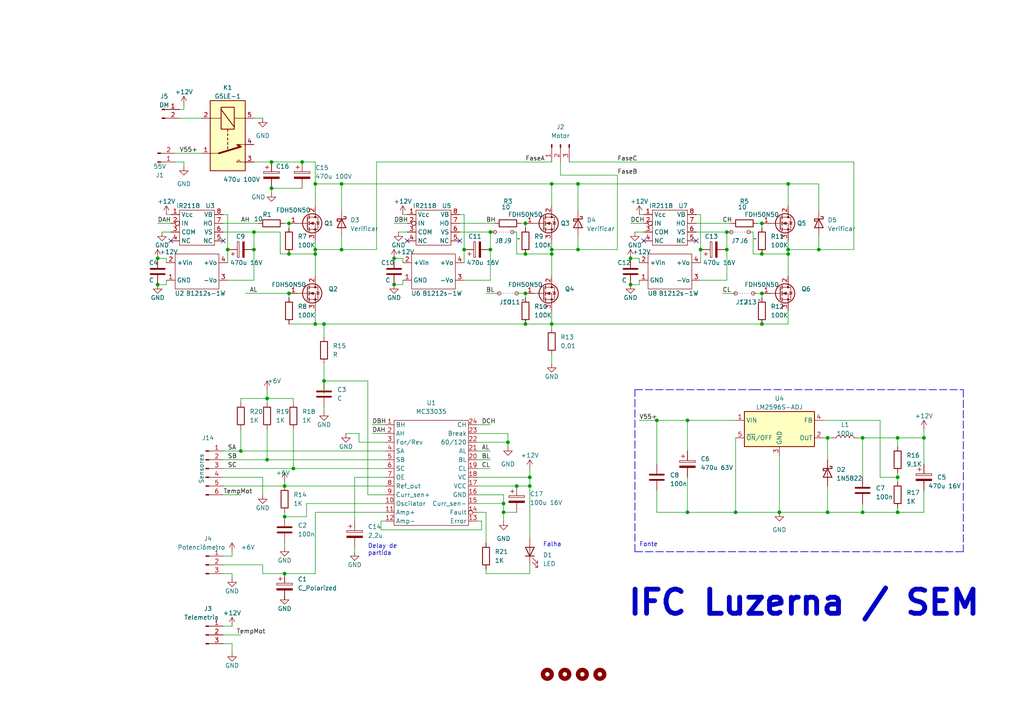
<source format=kicad_sch>
(kicad_sch (version 20230121) (generator eeschema)
  (paper "A4")
  (title_block (title "Acionamento BLDC Símples") (rev "2023/1"))
  (lib_symbols
    (symbol "Connector:Conn_01x02_Male" (pin_names (offset 1.016) hide)
      (property "Reference" "J" (at 0 2.54 0))
      (property "Value" "Conn_01x02_Male" (at 0 -5.08 0))
      (symbol "Conn_01x02_Male_1_1"
        (pin passive line (at 5.08 0 180) (length 3.81) (name "Pin_1") (number "1"))
        (pin passive line (at 5.08 -2.54 180) (length 3.81) (name "Pin_2") (number "2"))
      )
    )
    (symbol "Connector:Conn_01x03_Male" (pin_names (offset 1.016) hide)
      (property "Reference" "J" (at 0 5.08 0))
      (property "Value" "Conn_01x03_Male" (at 0 -5.08 0))
      (symbol "Conn_01x03_Male_1_1"
        (pin passive line (at 5.08 2.54 180) (length 3.81) (name "Pin_1") (number "1"))
        (pin passive line (at 5.08 0 180) (length 3.81) (name "Pin_2") (number "2"))
        (pin passive line (at 5.08 -2.54 180) (length 3.81) (name "Pin_3") (number "3"))
      )
    )
    (symbol "Connector:Conn_01x06_Pin" (pin_names (offset 1.016) hide)
      (property "Reference" "J" (at 0 7.62 0))
      (property "Value" "Conn_01x06_Pin" (at 0 -10.16 0))
      (symbol "Conn_01x06_Pin_1_1"
        (pin passive line (at 5.08 5.08 180) (length 3.81) (name "Pin_1") (number "1"))
        (pin passive line (at 5.08 2.54 180) (length 3.81) (name "Pin_2") (number "2"))
        (pin passive line (at 5.08 0 180) (length 3.81) (name "Pin_3") (number "3"))
        (pin passive line (at 5.08 -2.54 180) (length 3.81) (name "Pin_4") (number "4"))
        (pin passive line (at 5.08 -5.08 180) (length 3.81) (name "Pin_5") (number "5"))
        (pin passive line (at 5.08 -7.62 180) (length 3.81) (name "Pin_6") (number "6"))
      )
    )
    (symbol "Connector:TestPoint_Small" (pin_numbers hide) (pin_names (offset 0.762) hide)
      (property "Reference" "TP" (at 0 3.81 0))
      (property "Value" "TestPoint_Small" (at 0 2.032 0))
      (symbol "TestPoint_Small_1_1"
        (pin passive line (at 0 0 90) (length 0) (name "1") (number "1"))
      )
    )
    (symbol "Device:C" (pin_numbers hide) (pin_names (offset 0.254))
      (property "Reference" "C" (at 0.635 2.54 0))
      (property "Value" "C" (at 0.635 -2.54 0))
      (symbol "C_1_1"
        (pin passive line (at 0 3.81 270) (length 2.794) (name "~") (number "1"))
        (pin passive line (at 0 -3.81 90) (length 2.794) (name "~") (number "2"))
      )
    )
    (symbol "Device:C_Polarized" (pin_numbers hide) (pin_names (offset 0.254))
      (property "Reference" "C" (at 0.635 2.54 0))
      (property "Value" "C_Polarized" (at 0.635 -2.54 0))
      (symbol "C_Polarized_1_1"
        (pin passive line (at 0 3.81 270) (length 2.794) (name "~") (number "1"))
        (pin passive line (at 0 -3.81 90) (length 2.794) (name "~") (number "2"))
      )
    )
    (symbol "Device:L" (pin_numbers hide) (pin_names (offset 1.016) hide)
      (property "Reference" "L" (at -1.27 0 90))
      (property "Value" "L" (at 1.905 0 90))
      (symbol "L_1_1"
        (pin passive line (at 0 3.81 270) (length 1.27) (name "1") (number "1"))
        (pin passive line (at 0 -3.81 90) (length 1.27) (name "2") (number "2"))
      )
    )
    (symbol "Device:LED" (pin_numbers hide) (pin_names (offset 1.016) hide)
      (property "Reference" "D" (at 0 2.54 0))
      (property "Value" "LED" (at 0 -2.54 0))
      (symbol "LED_1_1"
        (pin passive line (at -3.81 0 0) (length 2.54) (name "K") (number "1"))
        (pin passive line (at 3.81 0 180) (length 2.54) (name "A") (number "2"))
      )
    )
    (symbol "Device:R" (pin_numbers hide) (pin_names (offset 0))
      (property "Reference" "R" (at 2.032 0 90))
      (property "Value" "R" (at 0 0 90))
      (symbol "R_1_1"
        (pin passive line (at 0 3.81 270) (length 1.27) (name "~") (number "1"))
        (pin passive line (at 0 -3.81 90) (length 1.27) (name "~") (number "2"))
      )
    )
    (symbol "Diode:1N5822" (pin_numbers hide) (pin_names (offset 1.016) hide)
      (property "Reference" "D" (at 0 2.54 0))
      (property "Value" "1N5822" (at 0 -2.54 0))
      (symbol "1N5822_1_1"
        (pin passive line (at -3.81 0 0) (length 2.54) (name "K") (number "1"))
        (pin passive line (at 3.81 0 180) (length 2.54) (name "A") (number "2"))
      )
    )
    (symbol "MC33035:B1212s-1W"
      (property "Reference" "U" (at 0 6.35 0))
      (symbol "B1212s-1W_1_1"
        (pin input line (at -8.89 -2.54 0) (length 2.54) (name "GND") (number "1"))
        (pin input line (at -8.89 2.54 0) (length 2.54) (name "+Vin") (number "2"))
        (pin output line (at 8.89 -2.54 180) (length 2.54) (name "-Vo") (number "3"))
        (pin output line (at 8.89 2.54 180) (length 2.54) (name "+Vo") (number "4"))
      )
    )
    (symbol "MC33035:IR2118"
      (property "Reference" "U" (at 0 1.27 0))
      (property "Value" "IR2118" (at 0 0 0))
      (symbol "IR2118_1_1"
        (pin input line (at -7.62 -2.54 0) (length 2.54) (name "Vcc") (number "1"))
        (pin input inverted (at -7.62 -5.08 0) (length 2.54) (name "IN") (number "2"))
        (pin input line (at -7.62 -7.62 0) (length 2.54) (name "COM") (number "3"))
        (pin input line (at -7.62 -10.16 0) (length 2.54) (name "NC") (number "4"))
        (pin input line (at 7.62 -10.16 180) (length 2.54) (name "NC") (number "5"))
        (pin input line (at 7.62 -7.62 180) (length 2.54) (name "VS") (number "6"))
        (pin output line (at 7.62 -5.08 180) (length 2.54) (name "HO") (number "7"))
        (pin input line (at 7.62 -2.54 180) (length 2.54) (name "VB") (number "8"))
      )
    )
    (symbol "MC33035:MC33035"
      (property "Reference" "U" (at -0.0339 -0.4514 0))
      (property "Value" "MC33035" (at 0 1.27 0))
      (symbol "MC33035_1_1"
        (pin output line (at -13.97 13.97 0) (length 2.54) (name "BH") (number "1"))
        (pin input line (at -13.97 -8.89 0) (length 2.54) (name "Oscilator") (number "10"))
        (pin input line (at -13.97 -11.43 0) (length 2.54) (name "Amp+") (number "11"))
        (pin input line (at -13.97 -13.97 0) (length 2.54) (name "Amp-") (number "12"))
        (pin output line (at 12.7 -13.97 180) (length 2.54) (name "Error") (number "13"))
        (pin output inverted (at 12.7 -11.43 180) (length 2.54) (name "Fault") (number "14"))
        (pin input line (at 12.7 -8.89 180) (length 2.54) (name "Curr_sen-") (number "15"))
        (pin passive line (at 12.7 -6.35 180) (length 2.54) (name "GND") (number "16"))
        (pin passive line (at 12.7 -3.81 180) (length 2.54) (name "VCC") (number "17"))
        (pin passive line (at 12.7 -1.27 180) (length 2.54) (name "VC") (number "18"))
        (pin output line (at 12.7 1.27 180) (length 2.54) (name "CL") (number "19"))
        (pin output line (at -13.97 11.43 0) (length 2.54) (name "AH") (number "2"))
        (pin output line (at 12.7 3.81 180) (length 2.54) (name "BL") (number "20"))
        (pin output line (at 12.7 6.35 180) (length 2.54) (name "AL") (number "21"))
        (pin output line (at 12.7 8.89 180) (length 2.54) (name "60/120") (number "22"))
        (pin input line (at 12.7 11.43 180) (length 2.54) (name "Break") (number "23"))
        (pin output line (at 12.7 13.97 180) (length 2.54) (name "CH") (number "24"))
        (pin input line (at -13.97 8.89 0) (length 2.54) (name "For/Rev") (number "3"))
        (pin input line (at -13.97 6.35 0) (length 2.54) (name "SA") (number "4"))
        (pin input line (at -13.97 3.81 0) (length 2.54) (name "SB") (number "5"))
        (pin input line (at -13.97 1.27 0) (length 2.54) (name "SC") (number "6"))
        (pin input line (at -13.97 -1.27 0) (length 2.54) (name "OE") (number "7"))
        (pin output line (at -13.97 -3.81 0) (length 2.54) (name "Ref_out") (number "8"))
        (pin input line (at -13.97 -6.35 0) (length 2.54) (name "Curr_sen+") (number "9"))
      )
    )
    (symbol "Mechanical:MountingHole" (pin_names (offset 1.016))
      (property "Reference" "H" (at 0 5.08 0))
      (property "Value" "MountingHole" (at 0 3.175 0))
    )
    (symbol "Regulator_Switching:LM2596S-ADJ"
      (property "Reference" "U" (at -10.16 6.35 0))
      (property "Value" "LM2596S-ADJ" (at 0 6.35 0))
      (symbol "LM2596S-ADJ_1_1"
        (pin power_in line (at -12.7 2.54 0) (length 2.54) (name "VIN") (number "1"))
        (pin output line (at 12.7 -2.54 180) (length 2.54) (name "OUT") (number "2"))
        (pin power_in line (at 0 -7.62 90) (length 2.54) (name "GND") (number "3"))
        (pin input line (at 12.7 2.54 180) (length 2.54) (name "FB") (number "4"))
        (pin input line (at -12.7 -2.54 0) (length 2.54) (name "~{ON}/OFF") (number "5"))
      )
    )
    (symbol "Relay:G5LE-1"
      (property "Reference" "K" (at 11.43 3.81 0))
      (property "Value" "G5LE-1" (at 11.43 1.27 0))
      (symbol "G5LE-1_1_1"
        (pin passive line (at 5.08 -7.62 90) (length 2.54) (name "~") (number "1"))
        (pin passive line (at -5.08 -7.62 90) (length 2.54) (name "~") (number "2"))
        (pin passive line (at 7.62 7.62 270) (length 2.54) (name "~") (number "3"))
        (pin passive line (at 2.54 7.62 270) (length 2.54) (name "~") (number "4"))
        (pin passive line (at -5.08 7.62 270) (length 2.54) (name "~") (number "5"))
      )
    )
    (symbol "Transistor_FET:IRF540N" (pin_names hide)
      (property "Reference" "Q" (at 6.35 1.905 0))
      (property "Value" "IRF540N" (at 6.35 0 0))
      (symbol "IRF540N_1_1"
        (pin input line (at -5.08 0 0) (length 2.54) (name "G") (number "1"))
        (pin passive line (at 2.54 5.08 270) (length 2.54) (name "D") (number "2"))
        (pin passive line (at 2.54 -5.08 90) (length 2.54) (name "S") (number "3"))
      )
    )
    (symbol "power:+12V" (power) (pin_names (offset 0))
      (property "Value" "+12V" (at 0 3.556 0))
      (symbol "+12V_1_1"
        (pin power_in line (at 0 0 90) (length 0) hide (name "+12V") (number "1"))
      )
    )
    (symbol "power:+6V" (power) (pin_names (offset 0))
      (property "Value" "+6V" (at 0 3.556 0))
      (symbol "+6V_1_1"
        (pin power_in line (at 0 0 90) (length 0) hide (name "+6V") (number "1"))
      )
    )
    (symbol "power:GND" (power) (pin_names (offset 0))
      (property "Value" "GND" (at 0 -3.81 0))
      (symbol "GND_1_1"
        (pin power_in line (at 0 0 270) (length 0) hide (name "GND") (number "1"))
      )
    )
  )
  (junction (at 152.4 73.66))
  (junction (at 99.06 72.39))
  (junction (at 91.44 73.66))
  (junction (at 167.64 72.39))
  (junction (at 66.04 72.39))
  (junction (at 83.82 73.66))
  (junction (at 182.88 74.93))
  (junction (at 146.05 146.05))
  (junction (at 160.02 53.34))
  (junction (at 69.85 130.81))
  (junction (at 73.66 72.39))
  (junction (at 220.98 85.09))
  (junction (at 142.24 72.39))
  (junction (at 77.47 133.35))
  (junction (at 220.98 64.77))
  (junction (at 220.98 93.98))
  (junction (at 78.74 54.61))
  (junction (at 199.39 148.59))
  (junction (at 153.67 138.43))
  (junction (at 85.09 135.89))
  (junction (at 167.64 53.34))
  (junction (at 260.35 127))
  (junction (at 153.67 140.97))
  (junction (at 152.4 64.77))
  (junction (at 114.3 74.93))
  (junction (at 267.97 127))
  (junction (at 182.88 82.55))
  (junction (at 210.82 67.31))
  (junction (at 83.82 85.09))
  (junction (at 147.32 128.27))
  (junction (at 83.82 64.77))
  (junction (at 99.06 53.34))
  (junction (at 45.72 74.93))
  (junction (at 203.2 72.39))
  (junction (at 160.02 93.98))
  (junction (at 250.19 127))
  (junction (at 82.55 166.37))
  (junction (at 114.3 82.55))
  (junction (at 152.4 93.98))
  (junction (at 190.5 121.92))
  (junction (at 78.74 46.99))
  (junction (at 77.47 115.57))
  (junction (at 260.35 138.43))
  (junction (at 82.55 140.97))
  (junction (at 250.19 148.59))
  (junction (at 240.03 148.59))
  (junction (at 73.66 67.31))
  (junction (at 210.82 72.39))
  (junction (at 91.44 53.34))
  (junction (at 228.6 72.39))
  (junction (at 149.86 140.97))
  (junction (at 228.6 73.66))
  (junction (at 226.06 148.59))
  (junction (at 134.62 72.39))
  (junction (at 91.44 93.98))
  (junction (at 87.63 46.99))
  (junction (at 152.4 85.09))
  (junction (at 213.36 148.59))
  (junction (at 93.98 110.49))
  (junction (at 199.39 121.92))
  (junction (at 220.98 73.66))
  (junction (at 93.98 93.98))
  (junction (at 146.05 148.59))
  (junction (at 237.49 72.39))
  (junction (at 160.02 72.39))
  (junction (at 142.24 67.31))
  (junction (at 160.02 73.66))
  (junction (at 260.35 148.59))
  (junction (at 45.72 82.55))
  (junction (at 91.44 72.39))
  (junction (at 82.55 149.86))
  (junction (at 228.6 53.34))
  (junction (at 240.03 127))
  (no_connect (at 201.93 69.85))
  (no_connect (at 64.77 69.85))
  (no_connect (at 118.11 69.85))
  (no_connect (at 49.53 69.85))
  (no_connect (at 133.35 69.85))
  (no_connect (at 186.69 69.85))
  (wire (pts (xy 260.35 147.32) (xy 260.35 148.59)))
  (wire (pts (xy 240.03 127) (xy 240.03 133.35)))
  (wire (pts (xy 210.82 67.31) (xy 212.09 67.31)))
  (wire (pts (xy 88.9 146.05) (xy 88.9 149.86)))
  (wire (pts (xy 77.47 115.57) (xy 77.47 116.84)))
  (wire (pts (xy 77.47 133.35) (xy 111.76 133.35)))
  (wire (pts (xy 267.97 142.24) (xy 267.97 148.59)))
  (wire (pts (xy 69.85 124.46) (xy 69.85 130.81)))
  (wire (pts (xy 160.02 90.17) (xy 160.02 93.98)))
  (wire (pts (xy 66.04 72.39) (xy 66.04 76.2)))
  (wire (pts (xy 99.06 53.34) (xy 99.06 60.96)))
  (wire (pts (xy 66.04 72.39) (xy 66.04 62.23)))
  (wire (pts (xy 185.42 62.23) (xy 186.69 62.23)))
  (polyline (pts (xy 279.4 160.02) (xy 184.15 160.02)) (stroke (width 0.2) (type dash)))
  (wire (pts (xy 64.77 133.35) (xy 77.47 133.35)))
  (wire (pts (xy 149.86 67.31) (xy 149.86 73.66)))
  (wire (pts (xy 91.44 148.59) (xy 111.76 148.59)))
  (wire (pts (xy 153.67 140.97) (xy 153.67 156.21)))
  (wire (pts (xy 255.27 138.43) (xy 260.35 138.43)))
  (wire (pts (xy 104.14 128.27) (xy 111.76 128.27)))
  (wire (pts (xy 69.85 115.57) (xy 77.47 115.57)))
  (wire (pts (xy 167.64 53.34) (xy 228.6 53.34)))
  (wire (pts (xy 146.05 148.59) (xy 146.05 151.13)))
  (wire (pts (xy 102.87 138.43) (xy 102.87 151.13)))
  (wire (pts (xy 240.03 127) (xy 241.3 127)))
  (wire (pts (xy 77.47 115.57) (xy 85.09 115.57)))
  (wire (pts (xy 162.56 50.8) (xy 162.56 46.99)))
  (wire (pts (xy 133.35 67.31) (xy 142.24 67.31)))
  (wire (pts (xy 82.55 139.7) (xy 82.55 140.97)))
  (wire (pts (xy 73.66 72.39) (xy 73.66 81.28)))
  (wire (pts (xy 71.12 85.09) (xy 83.82 85.09)))
  (wire (pts (xy 218.44 67.31) (xy 218.44 73.66)))
  (wire (pts (xy 228.6 73.66) (xy 228.6 80.01)))
  (wire (pts (xy 201.93 67.31) (xy 210.82 67.31)))
  (wire (pts (xy 138.43 123.19) (xy 142.24 123.19)))
  (wire (pts (xy 267.97 124.46) (xy 267.97 127)))
  (wire (pts (xy 185.42 82.55) (xy 185.42 81.28)))
  (wire (pts (xy 140.97 166.37) (xy 153.67 166.37)))
  (wire (pts (xy 106.68 110.49) (xy 93.98 110.49)))
  (wire (pts (xy 64.77 62.23) (xy 66.04 62.23)))
  (wire (pts (xy 138.43 133.35) (xy 142.24 133.35)))
  (wire (pts (xy 140.97 148.59) (xy 140.97 157.48)))
  (wire (pts (xy 146.05 146.05) (xy 146.05 148.59)))
  (wire (pts (xy 167.64 53.34) (xy 167.64 60.96)))
  (wire (pts (xy 83.82 93.98) (xy 91.44 93.98)))
  (wire (pts (xy 240.03 148.59) (xy 250.19 148.59)))
  (wire (pts (xy 240.03 140.97) (xy 240.03 148.59)))
  (wire (pts (xy 226.06 148.59) (xy 240.03 148.59)))
  (wire (pts (xy 213.36 121.92) (xy 199.39 121.92)))
  (wire (pts (xy 53.34 31.75) (xy 53.34 30.48)))
  (wire (pts (xy 167.64 68.58) (xy 167.64 72.39)))
  (wire (pts (xy 48.26 62.23) (xy 49.53 62.23)))
  (wire (pts (xy 76.2 143.51) (xy 76.2 138.43)))
  (polyline (pts (xy 279.4 113.03) (xy 279.4 160.02)) (stroke (width 0.2) (type dash)))
  (wire (pts (xy 102.87 158.75) (xy 102.87 160.02)))
  (wire (pts (xy 160.02 93.98) (xy 220.98 93.98)))
  (wire (pts (xy 147.32 128.27) (xy 147.32 129.54)))
  (wire (pts (xy 190.5 121.92) (xy 199.39 121.92)))
  (wire (pts (xy 220.98 85.09) (xy 220.98 86.36)))
  (wire (pts (xy 140.97 85.09) (xy 144.78 85.09)))
  (wire (pts (xy 83.82 64.77) (xy 83.82 66.04)))
  (wire (pts (xy 201.93 64.77) (xy 212.09 64.77)))
  (wire (pts (xy 78.74 54.61) (xy 87.63 54.61)))
  (wire (pts (xy 69.85 116.84) (xy 69.85 115.57)))
  (wire (pts (xy 64.77 184.15) (xy 69.85 184.15)))
  (wire (pts (xy 67.31 161.29) (xy 67.31 160.02)))
  (wire (pts (xy 199.39 148.59) (xy 213.36 148.59)))
  (wire (pts (xy 138.43 140.97) (xy 149.86 140.97)))
  (wire (pts (xy 138.43 135.89) (xy 142.24 135.89)))
  (wire (pts (xy 91.44 53.34) (xy 91.44 59.69)))
  (wire (pts (xy 160.02 72.39) (xy 167.64 72.39)))
  (wire (pts (xy 110.49 151.13) (xy 110.49 153.67)))
  (wire (pts (xy 82.55 173.99) (xy 82.55 172.72)))
  (wire (pts (xy 73.66 34.29) (xy 76.2 34.29)))
  (wire (pts (xy 217.17 67.31) (xy 218.44 67.31)))
  (wire (pts (xy 142.24 67.31) (xy 143.51 67.31)))
  (wire (pts (xy 111.76 151.13) (xy 110.49 151.13)))
  (wire (pts (xy 219.71 64.77) (xy 220.98 64.77)))
  (wire (pts (xy 267.97 127) (xy 267.97 134.62)))
  (wire (pts (xy 48.26 82.55) (xy 48.26 81.28)))
  (wire (pts (xy 260.35 127) (xy 260.35 129.54)))
  (wire (pts (xy 73.66 46.99) (xy 78.74 46.99)))
  (wire (pts (xy 64.77 186.69) (xy 67.31 186.69)))
  (wire (pts (xy 83.82 73.66) (xy 91.44 73.66)))
  (wire (pts (xy 167.64 72.39) (xy 179.07 72.39)))
  (wire (pts (xy 91.44 72.39) (xy 91.44 73.66)))
  (wire (pts (xy 50.8 44.45) (xy 58.42 44.45)))
  (wire (pts (xy 100.33 125.73) (xy 104.14 125.73)))
  (wire (pts (xy 64.77 135.89) (xy 85.09 135.89)))
  (wire (pts (xy 91.44 73.66) (xy 91.44 80.01)))
  (wire (pts (xy 48.26 74.93) (xy 48.26 76.2)))
  (wire (pts (xy 93.98 105.41) (xy 93.98 110.49)))
  (wire (pts (xy 138.43 130.81) (xy 142.24 130.81)))
  (wire (pts (xy 153.67 138.43) (xy 153.67 135.89)))
  (wire (pts (xy 78.74 54.61) (xy 78.74 55.88)))
  (wire (pts (xy 190.5 121.92) (xy 190.5 134.62)))
  (wire (pts (xy 199.39 138.43) (xy 199.39 148.59)))
  (wire (pts (xy 66.04 81.28) (xy 73.66 81.28)))
  (wire (pts (xy 160.02 72.39) (xy 160.02 73.66)))
  (wire (pts (xy 64.77 161.29) (xy 67.31 161.29)))
  (wire (pts (xy 260.35 127) (xy 267.97 127)))
  (wire (pts (xy 134.62 81.28) (xy 142.24 81.28)))
  (wire (pts (xy 185.42 74.93) (xy 185.42 76.2)))
  (wire (pts (xy 190.5 148.59) (xy 199.39 148.59)))
  (wire (pts (xy 138.43 146.05) (xy 146.05 146.05)))
  (wire (pts (xy 81.28 73.66) (xy 83.82 73.66)))
  (wire (pts (xy 218.44 85.09) (xy 220.98 85.09)))
  (wire (pts (xy 160.02 93.98) (xy 160.02 95.25)))
  (wire (pts (xy 152.4 85.09) (xy 152.4 86.36)))
  (wire (pts (xy 78.74 46.99) (xy 87.63 46.99)))
  (wire (pts (xy 88.9 146.05) (xy 111.76 146.05)))
  (wire (pts (xy 149.86 73.66) (xy 152.4 73.66)))
  (wire (pts (xy 210.82 67.31) (xy 210.82 72.39)))
  (wire (pts (xy 146.05 148.59) (xy 149.86 148.59)))
  (wire (pts (xy 148.59 67.31) (xy 149.86 67.31)))
  (wire (pts (xy 82.55 157.48) (xy 82.55 158.75)))
  (wire (pts (xy 149.86 140.97) (xy 153.67 140.97)))
  (wire (pts (xy 91.44 69.85) (xy 91.44 72.39)))
  (wire (pts (xy 228.6 53.34) (xy 228.6 59.69)))
  (wire (pts (xy 91.44 46.99) (xy 91.44 53.34)))
  (wire (pts (xy 260.35 138.43) (xy 260.35 139.7)))
  (wire (pts (xy 149.86 85.09) (xy 152.4 85.09)))
  (wire (pts (xy 64.77 130.81) (xy 69.85 130.81)))
  (wire (pts (xy 226.06 132.08) (xy 226.06 148.59)))
  (wire (pts (xy 237.49 68.58) (xy 237.49 72.39)))
  (wire (pts (xy 91.44 90.17) (xy 91.44 93.98)))
  (wire (pts (xy 76.2 163.83) (xy 76.2 166.37)))
  (wire (pts (xy 82.55 166.37) (xy 91.44 166.37)))
  (wire (pts (xy 185.42 121.92) (xy 190.5 121.92)))
  (wire (pts (xy 201.93 62.23) (xy 203.2 62.23)))
  (wire (pts (xy 153.67 163.83) (xy 153.67 166.37)))
  (wire (pts (xy 138.43 128.27) (xy 147.32 128.27)))
  (wire (pts (xy 147.32 125.73) (xy 147.32 128.27)))
  (wire (pts (xy 250.19 127) (xy 260.35 127)))
  (wire (pts (xy 248.92 127) (xy 250.19 127)))
  (wire (pts (xy 182.88 74.93) (xy 185.42 74.93)))
  (wire (pts (xy 255.27 121.92) (xy 255.27 138.43)))
  (wire (pts (xy 85.09 116.84) (xy 85.09 115.57)))
  (wire (pts (xy 138.43 143.51) (xy 146.05 143.51)))
  (wire (pts (xy 67.31 166.37) (xy 67.31 167.64)))
  (wire (pts (xy 64.77 166.37) (xy 67.31 166.37)))
  (wire (pts (xy 64.77 143.51) (xy 69.85 143.51)))
  (wire (pts (xy 228.6 72.39) (xy 228.6 73.66)))
  (polyline (pts (xy 213.36 85.09) (xy 218.44 85.09)) (stroke (width 0) (type dot)))
  (wire (pts (xy 82.55 140.97) (xy 111.76 140.97)))
  (wire (pts (xy 53.34 46.99) (xy 53.34 48.26)))
  (polyline (pts (xy 218.44 113.03) (xy 279.4 113.03)) (stroke (width 0.2) (type dash)))
  (wire (pts (xy 85.09 135.89) (xy 111.76 135.89)))
  (wire (pts (xy 106.68 143.51) (xy 111.76 143.51)))
  (wire (pts (xy 213.36 148.59) (xy 226.06 148.59)))
  (wire (pts (xy 83.82 85.09) (xy 83.82 86.36)))
  (wire (pts (xy 203.2 72.39) (xy 203.2 62.23)))
  (wire (pts (xy 52.07 31.75) (xy 53.34 31.75)))
  (wire (pts (xy 260.35 137.16) (xy 260.35 138.43)))
  (wire (pts (xy 142.24 72.39) (xy 142.24 81.28)))
  (wire (pts (xy 46.99 67.31) (xy 49.53 67.31)))
  (wire (pts (xy 114.3 82.55) (xy 116.84 82.55)))
  (wire (pts (xy 138.43 138.43) (xy 153.67 138.43)))
  (wire (pts (xy 160.02 73.66) (xy 160.02 80.01)))
  (wire (pts (xy 116.84 62.23) (xy 118.11 62.23)))
  (wire (pts (xy 82.55 148.59) (xy 82.55 149.86)))
  (wire (pts (xy 52.07 34.29) (xy 58.42 34.29)))
  (wire (pts (xy 64.77 138.43) (xy 76.2 138.43)))
  (wire (pts (xy 140.97 165.1) (xy 140.97 166.37)))
  (wire (pts (xy 45.72 82.55) (xy 48.26 82.55)))
  (wire (pts (xy 160.02 53.34) (xy 167.64 53.34)))
  (wire (pts (xy 250.19 127) (xy 250.19 138.43)))
  (wire (pts (xy 238.76 127) (xy 240.03 127)))
  (wire (pts (xy 210.82 72.39) (xy 210.82 81.28)))
  (wire (pts (xy 64.77 181.61) (xy 67.31 181.61)))
  (wire (pts (xy 152.4 73.66) (xy 160.02 73.66)))
  (wire (pts (xy 250.19 146.05) (xy 250.19 148.59)))
  (polyline (pts (xy 143.51 67.31) (xy 148.59 67.31)) (stroke (width 0) (type dot)))
  (polyline (pts (xy 184.15 160.02) (xy 184.15 113.03)) (stroke (width 0.2) (type dash)))
  (wire (pts (xy 114.3 64.77) (xy 118.11 64.77)))
  (wire (pts (xy 237.49 72.39) (xy 228.6 72.39)))
  (wire (pts (xy 93.98 118.11) (xy 93.98 119.38)))
  (wire (pts (xy 88.9 149.86) (xy 82.55 149.86)))
  (wire (pts (xy 82.55 64.77) (xy 83.82 64.77)))
  (wire (pts (xy 115.57 67.31) (xy 118.11 67.31)))
  (wire (pts (xy 73.66 67.31) (xy 81.28 67.31)))
  (wire (pts (xy 250.19 148.59) (xy 260.35 148.59)))
  (wire (pts (xy 138.43 125.73) (xy 147.32 125.73)))
  (wire (pts (xy 138.43 151.13) (xy 139.7 151.13)))
  (wire (pts (xy 190.5 142.24) (xy 190.5 148.59)))
  (wire (pts (xy 247.65 46.99) (xy 247.65 72.39)))
  (wire (pts (xy 69.85 130.81) (xy 111.76 130.81)))
  (wire (pts (xy 67.31 186.69) (xy 67.31 189.23)))
  (wire (pts (xy 179.07 50.8) (xy 179.07 72.39)))
  (wire (pts (xy 114.3 74.93) (xy 116.84 74.93)))
  (wire (pts (xy 64.77 64.77) (xy 74.93 64.77)))
  (wire (pts (xy 134.62 72.39) (xy 134.62 62.23)))
  (wire (pts (xy 93.98 93.98) (xy 152.4 93.98)))
  (wire (pts (xy 203.2 72.39) (xy 203.2 76.2)))
  (wire (pts (xy 45.72 64.77) (xy 49.53 64.77)))
  (wire (pts (xy 133.35 64.77) (xy 143.51 64.77)))
  (wire (pts (xy 116.84 74.93) (xy 116.84 76.2)))
  (wire (pts (xy 134.62 72.39) (xy 134.62 76.2)))
  (wire (pts (xy 133.35 62.23) (xy 134.62 62.23)))
  (wire (pts (xy 77.47 124.46) (xy 77.47 133.35)))
  (wire (pts (xy 64.77 163.83) (xy 76.2 163.83)))
  (wire (pts (xy 102.87 138.43) (xy 111.76 138.43)))
  (wire (pts (xy 91.44 93.98) (xy 93.98 93.98)))
  (wire (pts (xy 107.95 123.19) (xy 111.76 123.19)))
  (wire (pts (xy 220.98 64.77) (xy 220.98 66.04)))
  (wire (pts (xy 238.76 121.92) (xy 255.27 121.92)))
  (wire (pts (xy 184.15 67.31) (xy 186.69 67.31)))
  (wire (pts (xy 99.06 53.34) (xy 160.02 53.34)))
  (wire (pts (xy 109.22 72.39) (xy 99.06 72.39)))
  (wire (pts (xy 160.02 102.87) (xy 160.02 105.41)))
  (wire (pts (xy 146.05 143.51) (xy 146.05 146.05)))
  (wire (pts (xy 139.7 153.67) (xy 139.7 151.13)))
  (wire (pts (xy 162.56 50.8) (xy 179.07 50.8)))
  (wire (pts (xy 91.44 166.37) (xy 91.44 148.59)))
  (wire (pts (xy 73.66 67.31) (xy 73.66 72.39)))
  (wire (pts (xy 182.88 82.55) (xy 185.42 82.55)))
  (wire (pts (xy 91.44 53.34) (xy 99.06 53.34)))
  (wire (pts (xy 81.28 67.31) (xy 81.28 73.66)))
  (wire (pts (xy 160.02 53.34) (xy 160.02 59.69)))
  (wire (pts (xy 151.13 64.77) (xy 152.4 64.77)))
  (polyline (pts (xy 144.78 85.09) (xy 149.86 85.09)) (stroke (width 0) (type dot)))
  (wire (pts (xy 237.49 53.34) (xy 237.49 60.96)))
  (wire (pts (xy 109.22 46.99) (xy 109.22 72.39)))
  (wire (pts (xy 220.98 73.66) (xy 228.6 73.66)))
  (wire (pts (xy 87.63 46.99) (xy 91.44 46.99)))
  (wire (pts (xy 220.98 93.98) (xy 228.6 93.98)))
  (wire (pts (xy 76.2 166.37) (xy 82.55 166.37)))
  (polyline (pts (xy 212.09 67.31) (xy 217.17 67.31)) (stroke (width 0) (type dot)))
  (wire (pts (xy 45.72 74.93) (xy 48.26 74.93)))
  (wire (pts (xy 64.77 67.31) (xy 73.66 67.31)))
  (wire (pts (xy 228.6 53.34) (xy 237.49 53.34)))
  (wire (pts (xy 203.2 81.28) (xy 210.82 81.28)))
  (wire (pts (xy 142.24 67.31) (xy 142.24 72.39)))
  (wire (pts (xy 160.02 69.85) (xy 160.02 72.39)))
  (wire (pts (xy 93.98 93.98) (xy 93.98 97.79)))
  (wire (pts (xy 228.6 93.98) (xy 228.6 90.17)))
  (wire (pts (xy 182.88 64.77) (xy 186.69 64.77)))
  (wire (pts (xy 199.39 121.92) (xy 199.39 130.81)))
  (wire (pts (xy 85.09 124.46) (xy 85.09 135.89)))
  (wire (pts (xy 50.8 46.99) (xy 53.34 46.99)))
  (wire (pts (xy 93.98 114.3) (xy 93.98 110.49)))
  (wire (pts (xy 228.6 69.85) (xy 228.6 72.39)))
  (wire (pts (xy 209.55 85.09) (xy 213.36 85.09)))
  (wire (pts (xy 64.77 140.97) (xy 82.55 140.97)))
  (wire (pts (xy 110.49 153.67) (xy 139.7 153.67)))
  (wire (pts (xy 152.4 64.77) (xy 152.4 66.04)))
  (wire (pts (xy 213.36 127) (xy 213.36 148.59)))
  (wire (pts (xy 247.65 72.39) (xy 237.49 72.39)))
  (wire (pts (xy 153.67 140.97) (xy 153.67 138.43)))
  (wire (pts (xy 109.22 46.99) (xy 160.02 46.99)))
  (wire (pts (xy 152.4 93.98) (xy 160.02 93.98)))
  (wire (pts (xy 104.14 125.73) (xy 104.14 128.27)))
  (wire (pts (xy 116.84 82.55) (xy 116.84 81.28)))
  (wire (pts (xy 138.43 148.59) (xy 140.97 148.59)))
  (wire (pts (xy 106.68 110.49) (xy 106.68 143.51)))
  (wire (pts (xy 218.44 73.66) (xy 220.98 73.66)))
  (wire (pts (xy 99.06 68.58) (xy 99.06 72.39)))
  (wire (pts (xy 165.1 46.99) (xy 247.65 46.99)))
  (wire (pts (xy 260.35 148.59) (xy 267.97 148.59)))
  (wire (pts (xy 107.95 125.73) (xy 111.76 125.73)))
  (wire (pts (xy 77.47 113.03) (xy 77.47 115.57)))
  (polyline (pts (xy 184.15 113.03) (xy 218.44 113.03)) (stroke (width 0.2) (type dash)))
  (wire (pts (xy 99.06 72.39) (xy 91.44 72.39)))
  (text "IFC Luzerna / SEM" (at 181.61 179.07 0) (effects (font (size 7 7) (thickness 1.4) bold) (justify left bottom)))
  (text "Fonte" (at 185.42 158.75 0) (effects (font (size 1.27 1.27)) (justify left bottom)))
  (text "Delay de\npartida" (at 106.68 161.29 0) (effects (font (size 1.27 1.27)) (justify left bottom)))
  (text "Falha" (at 157.48 158.75 0) (effects (font (size 1.27 1.27)) (justify left bottom)))
  (label "DCH" (at 139.7 123.19 0))
  (label "FaseC" (at 179.07 46.99 0))
  (label "DBH" (at 114.3 64.77 0))
  (label "AL" (at 139.7 130.81 0))
  (label "AL" (at 72.39 85.09 0))
  (label "FaseB" (at 179.07 50.8 0))
  (label "DAH" (at 107.95 125.73 0))
  (label "FaseA" (at 152.4 46.99 0))
  (label "BL" (at 139.7 133.35 0))
  (label "DAH" (at 45.72 64.77 0))
  (label "DBH" (at 107.95 123.19 0))
  (label "SB" (at 66.04 133.35 0))
  (label "BL" (at 140.97 85.09 0))
  (label "BH" (at 140.97 64.77 0))
  (label "V55+" (at 185.42 121.92 0))
  (label "DCH" (at 182.88 64.77 0))
  (label "CL" (at 209.55 85.09 0))
  (label "AH" (at 69.85 64.77 0))
  (label "CH" (at 209.55 64.77 0))
  (label "SC" (at 66.04 135.89 0))
  (label "TempMot" (at 68.58 184.15 0))
  (label "TempMot" (at 64.77 143.51 0))
  (label "SA" (at 66.04 130.81 0))
  (label "CL" (at 139.7 135.89 0))
  (label "V55+" (at 52.07 44.45 0))
  (symbol (lib_id "Device:C_Polarized") (at 149.86 144.78 0) (unit 1)
    (property "Reference" "C17" (at 153.67 143.256 0) (effects (justify left)))
    (property "Value" "100u 16V" (at 153.67 145.796 0) (effects (justify left)))
    (property "Footprint" "Capacitor_THT:CP_Radial_D8.0mm_P2.50mm" (effects hide))
  )
  (symbol (lib_id "power:+12V") (at 67.31 181.61 0) (unit 1)
    (property "Reference" "#PWR024" (effects hide))
    (property "Value" "+12V" (at 67.31 177.8 0))
  )
  (symbol (lib_id "power:GND") (at 114.3 82.55 0) (unit 1)
    (property "Reference" "#PWR010" (effects hide))
    (property "Value" "GND" (at 114.3 86.36 0))
  )
  (symbol (lib_id "Diode:1N5822") (at 167.64 64.77 270) (unit 1)
    (property "Reference" "D4" (at 170.18 63.8175 90) (effects (justify left)))
    (property "Value" "Verificar" (at 170.18 66.3575 90) (effects (justify left)))
    (property "Footprint" "Package_TO_SOT_THT:TO-220-2_Vertical" (effects hide))
  )
  (symbol (lib_id "Device:R") (at 85.09 120.65 0) (unit 1)
    (property "Reference" "R18" (at 87.63 119.3799 0) (effects (justify left)))
    (property "Value" "1K" (at 87.63 121.9199 0) (effects (justify left)))
    (property "Footprint" "Resistor_THT:R_Axial_DIN0207_L6.3mm_D2.5mm_P10.16mm_Horizontal" (effects hide))
  )
  (symbol (lib_id "Mechanical:MountingHole") (at 163.83 195.58 0) (unit 1)
    (property "Reference" "H2" (effects hide))
    (property "Value" "MountingHole" (effects hide))
    (property "Footprint" "MountingHole:MountingHole_3.5mm" (effects hide))
  )
  (symbol (lib_id "Device:R") (at 77.47 120.65 0) (unit 1)
    (property "Reference" "R19" (at 80.01 119.3799 0) (effects (justify left)))
    (property "Value" "1K" (at 80.01 121.9199 0) (effects (justify left)))
    (property "Footprint" "Resistor_THT:R_Axial_DIN0207_L6.3mm_D2.5mm_P10.16mm_Horizontal" (effects hide))
  )
  (symbol (lib_id "Device:R") (at 82.55 144.78 0) (unit 1)
    (property "Reference" "R14" (at 85.09 143.5099 0) (effects (justify left)))
    (property "Value" "1K" (at 85.09 146.0499 0) (effects (justify left)))
    (property "Footprint" "Resistor_THT:R_Axial_DIN0207_L6.3mm_D2.5mm_P10.16mm_Horizontal" (effects hide))
  )
  (symbol (lib_id "power:+12V") (at 116.84 62.23 0) (unit 1)
    (property "Reference" "#PWR012" (effects hide))
    (property "Value" "+12V" (at 116.84 58.42 0))
  )
  (symbol (lib_id "Connector:Conn_01x03_Male") (at 59.69 184.15 0) (unit 1)
    (property "Reference" "J3" (at 60.325 176.53 0))
    (property "Value" "Telemetria" (at 58.42 179.07 0))
    (property "Footprint" "Connector_Phoenix_MC:PhoenixContact_MC_1,5_3-G-3.81_1x03_P3.81mm_Horizontal" (effects hide))
  )
  (symbol (lib_id "MC33035:B1212s-1W") (at 57.15 78.74 0) (unit 1)
    (property "Reference" "U2" (at 52.07 85.09 0))
    (property "Value" "B1212s-1W" (at 59.69 85.09 0))
    (property "Footprint" "B1212s-1W:B1212s-1W" (effects hide))
  )
  (symbol (lib_id "Mechanical:MountingHole") (at 168.91 195.58 0) (unit 1)
    (property "Reference" "H3" (effects hide))
    (property "Value" "MountingHole" (effects hide))
    (property "Footprint" "MountingHole:MountingHole_3.5mm" (effects hide))
  )
  (symbol (lib_id "Connector:Conn_01x02_Male") (at 45.72 46.99 0) (mirror x) (unit 1)
    (property "Reference" "J1" (at 46.355 50.8 0))
    (property "Value" "55V" (at 46.355 48.26 0))
    (property "Footprint" "Connector_Phoenix_MSTB:PhoenixContact_MSTBA_2,5_2-G-5,08_1x02_P5.08mm_Horizontal" (effects hide))
  )
  (symbol (lib_id "power:+12V") (at 185.42 62.23 0) (unit 1)
    (property "Reference" "#PWR016" (effects hide))
    (property "Value" "+12V" (at 185.42 58.42 0))
  )
  (symbol (lib_id "Device:R") (at 93.98 101.6 0) (unit 1)
    (property "Reference" "R15" (at 96.52 100.3299 0) (effects (justify left)))
    (property "Value" "R" (at 96.52 102.8699 0) (effects (justify left)))
    (property "Footprint" "Resistor_THT:R_Axial_DIN0207_L6.3mm_D2.5mm_P10.16mm_Horizontal" (effects hide))
  )
  (symbol (lib_id "Connector:Conn_01x03_Male") (at 59.69 163.83 0) (unit 1)
    (property "Reference" "J4" (at 60.325 156.21 0))
    (property "Value" "Potenciômetro" (at 58.42 158.75 0))
    (property "Footprint" "Connector_Phoenix_MC:PhoenixContact_MC_1,5_3-G-3.81_1x03_P3.81mm_Horizontal" (effects hide))
  )
  (symbol (lib_id "Relay:G5LE-1") (at 66.04 39.37 270) (unit 1)
    (property "Reference" "K1" (at 66.04 25.4 90))
    (property "Value" "G5LE-1" (at 66.04 27.94 90))
    (property "Footprint" "Relay_THT:Relay_SPDT_Omron-G5LE-1" (effects hide))
    (property "Datasheet" "http://www.omron.com/ecb/products/pdf/en-g5le.pdf" (effects hide))
  )
  (symbol (lib_id "MC33035:IR2118") (at 194.31 59.69 0) (unit 1)
    (property "Reference" "U7" (at 198.12 59.69 0))
    (property "Value" "IR2118" (at 191.77 59.69 0))
    (property "Footprint" "Package_DIP:DIP-8_W7.62mm_LongPads" (effects hide))
  )
  (symbol (lib_id "power:+6V") (at 77.47 113.03 0) (unit 1)
    (property "Reference" "#PWR017" (effects hide))
    (property "Value" "+6V" (at 77.47 110.49 0) (effects (justify left)))
  )
  (symbol (lib_id "Diode:1N5822") (at 240.03 137.16 270) (unit 1)
    (property "Reference" "D2" (at 242.57 136.2075 90) (effects (justify left)))
    (property "Value" "1N5822" (at 242.57 138.7475 90) (effects (justify left)))
    (property "Footprint" "Diode_THT:D_DO-201AD_P15.24mm_Horizontal" (effects hide))
    (property "Datasheet" "http://www.vishay.com/docs/88526/1n5820.pdf" (effects hide))
  )
  (symbol (lib_id "power:GND") (at 115.57 67.31 0) (unit 1)
    (property "Reference" "#PWR011" (effects hide))
    (property "Value" "GND" (at 115.57 71.12 0))
  )
  (symbol (lib_id "Connector:TestPoint_Small") (at 217.17 67.31 0) (unit 1)
    (property "Reference" "J6" (at 214.63 69.85 0) (effects (justify left)))
    (property "Value" "~" (at 218.44 69.215 0) (effects (justify left)))
    (property "Footprint" "TestPoint:TestPoint_Loop_D3.50mm_Drill0.9mm_Beaded" (effects hide))
  )
  (symbol (lib_id "Device:C") (at 190.5 138.43 0) (unit 1)
    (property "Reference" "C8" (at 194.31 137.795 0) (effects (justify left)))
    (property "Value" "100n" (at 194.31 140.335 0) (effects (justify left)))
    (property "Footprint" "Capacitor_THT:C_Axial_L5.1mm_D3.1mm_P7.50mm_Horizontal" (effects hide))
  )
  (symbol (lib_id "Connector:Conn_01x03_Male") (at 162.56 41.91 90) (mirror x) (unit 1)
    (property "Reference" "J2" (at 162.56 36.83 90))
    (property "Value" "Motor" (at 162.56 39.37 90))
    (property "Footprint" "Connector_Phoenix_MSTB:PhoenixContact_MSTBA_2,5_3-G-5,08_1x03_P5.08mm_Horizontal" (effects hide))
  )
  (symbol (lib_id "power:+12V") (at 182.88 74.93 0) (unit 1)
    (property "Reference" "#PWR013" (effects hide))
    (property "Value" "+12V" (at 186.0997 73.0644 0))
  )
  (symbol (lib_id "Device:C") (at 82.55 153.67 0) (unit 1)
    (property "Reference" "C2" (at 86.36 152.3999 0) (effects (justify left)))
    (property "Value" "100n" (at 86.36 154.9399 0) (effects (justify left)))
    (property "Footprint" "Capacitor_THT:C_Disc_D9.0mm_W2.5mm_P5.00mm" (effects hide))
  )
  (symbol (lib_id "power:GND") (at 45.72 82.55 0) (unit 1)
    (property "Reference" "#PWR0110" (effects hide))
    (property "Value" "GND" (at 45.72 86.36 0))
  )
  (symbol (lib_id "Connector:TestPoint_Small") (at 212.09 67.31 0) (unit 1)
    (property "Reference" "J7" (at 212.09 69.85 0) (effects (justify left)))
    (property "Value" "~" (at 213.36 69.215 0) (effects (justify left)))
    (property "Footprint" "TestPoint:TestPoint_Loop_D3.50mm_Drill0.9mm_Beaded" (effects hide))
  )
  (symbol (lib_id "Connector:TestPoint_Small") (at 148.59 67.31 0) (unit 1)
    (property "Reference" "J9" (at 146.05 69.85 0) (effects (justify left)))
    (property "Value" "~" (at 149.86 69.215 0) (effects (justify left)))
    (property "Footprint" "TestPoint:TestPoint_Loop_D3.50mm_Drill0.9mm_Beaded" (effects hide))
  )
  (symbol (lib_id "power:GND") (at 100.33 125.73 0) (unit 1)
    (property "Reference" "#PWR0107" (effects hide))
    (property "Value" "GND" (at 100.33 129.54 0))
  )
  (symbol (lib_id "Device:C_Polarized") (at 69.85 72.39 90) (unit 1)
    (property "Reference" "C9" (at 71.12 68.58 90) (effects (justify left)))
    (property "Value" "470u 16V" (at 76.2 76.2 90) (effects (justify left)))
    (property "Footprint" "Capacitor_THT:CP_Radial_D10.0mm_P3.50mm" (effects hide))
  )
  (symbol (lib_id "Device:C") (at 182.88 78.74 0) (unit 1)
    (property "Reference" "C12" (at 179.07 76.2 0) (effects (justify left)))
    (property "Value" "C" (at 180.34 81.28 0) (effects (justify left)))
    (property "Footprint" "Capacitor_THT:C_Disc_D9.0mm_W2.5mm_P5.00mm" (effects hide))
  )
  (symbol (lib_id "power:+12V") (at 48.26 62.23 0) (unit 1)
    (property "Reference" "#PWR05" (effects hide))
    (property "Value" "+12V" (at 48.26 58.42 0))
  )
  (symbol (lib_id "power:GND") (at 184.15 67.31 0) (unit 1)
    (property "Reference" "#PWR015" (effects hide))
    (property "Value" "GND" (at 184.15 71.12 0))
  )
  (symbol (lib_id "Device:C_Polarized") (at 199.39 134.62 0) (unit 1)
    (property "Reference" "C6" (at 203.2 133.096 0) (effects (justify left)))
    (property "Value" "470u 63V" (at 203.2 135.636 0) (effects (justify left)))
    (property "Footprint" "Capacitor_THT:CP_Radial_D13.0mm_P5.00mm" (effects hide))
  )
  (symbol (lib_id "Connector:Conn_01x06_Pin") (at 59.69 135.89 0) (unit 1)
    (property "Reference" "J14" (at 60.325 127 0))
    (property "Value" "Sensores" (at 58.42 135.89 90))
    (property "Footprint" "Connector_Phoenix_MC:PhoenixContact_MC_1,5_6-G-3.81_1x06_P3.81mm_Horizontal" (effects hide))
  )
  (symbol (lib_id "power:+12V") (at 53.34 30.48 0) (unit 1)
    (property "Reference" "#PWR022" (effects hide))
    (property "Value" "+12V" (at 53.34 26.67 0))
  )
  (symbol (lib_id "Device:R") (at 78.74 64.77 90) (unit 1)
    (property "Reference" "R1" (at 77.47 62.23 90))
    (property "Value" "10" (at 74.93 63.5 90))
    (property "Footprint" "Resistor_THT:R_Axial_DIN0207_L6.3mm_D2.5mm_P10.16mm_Horizontal" (effects hide))
  )
  (symbol (lib_id "power:GND") (at 67.31 167.64 0) (unit 1)
    (property "Reference" "#PWR02" (effects hide))
    (property "Value" "GND" (at 67.31 171.45 0))
  )
  (symbol (lib_id "power:GND") (at 102.87 160.02 0) (unit 1)
    (property "Reference" "#PWR018" (effects hide))
    (property "Value" "GND" (at 102.87 163.83 0))
  )
  (symbol (lib_id "Diode:1N5822") (at 237.49 64.77 270) (unit 1)
    (property "Reference" "D5" (at 240.03 63.8175 90) (effects (justify left)))
    (property "Value" "Verificar" (at 240.03 66.3575 90) (effects (justify left)))
    (property "Footprint" "Package_TO_SOT_THT:TO-220-2_Vertical" (effects hide))
  )
  (symbol (lib_id "power:GND") (at 67.31 189.23 0) (unit 1)
    (property "Reference" "#PWR023" (effects hide))
    (property "Value" "GND" (at 67.31 193.04 0))
  )
  (symbol (lib_id "power:GND") (at 76.2 143.51 0) (unit 1)
    (property "Reference" "#PWR0105" (effects hide))
    (property "Value" "GND" (at 76.2 147.32 0))
  )
  (symbol (lib_id "power:+6V") (at 67.31 160.02 0) (unit 1)
    (property "Reference" "#PWR01" (effects hide))
    (property "Value" "+6V" (at 69.85 158.7499 0) (effects (justify left)))
  )
  (symbol (lib_id "power:GND") (at 82.55 158.75 0) (unit 1)
    (property "Reference" "#PWR0106" (effects hide))
    (property "Value" "GND" (at 82.55 162.56 0))
  )
  (symbol (lib_id "Device:R") (at 147.32 64.77 90) (unit 1)
    (property "Reference" "R3" (at 147.32 58.42 90))
    (property "Value" "10" (at 146.7307 60.0665 90))
    (property "Footprint" "Resistor_THT:R_Axial_DIN0207_L6.3mm_D2.5mm_P10.16mm_Horizontal" (effects hide))
  )
  (symbol (lib_id "MC33035:MC33035") (at 125.73 137.16 0) (unit 1)
    (property "Reference" "U1" (at 125.095 116.84 0))
    (property "Value" "MC33035" (at 125.095 119.38 0))
    (property "Footprint" "Package_DIP:DIP-24_W7.62mm_LongPads" (effects hide))
  )
  (symbol (lib_id "Transistor_FET:IRF540N") (at 226.06 85.09 0) (unit 1)
    (property "Reference" "Q6" (at 232.41 83.8199 0) (effects (justify left)))
    (property "Value" "FDH50N50" (at 215.9 82.55 0) (effects (justify left)))
    (property "Footprint" "Package_TO_SOT_THT:TO-247-3_Vertical" (effects hide))
    (property "Datasheet" "https://www.onsemi.com/pdf/datasheet/fdh50n50-d.pdf" (effects hide))
  )
  (symbol (lib_id "Device:C_Polarized") (at 207.01 72.39 90) (unit 1)
    (property "Reference" "C13" (at 208.28 68.58 90) (effects (justify left)))
    (property "Value" "470u 16V" (at 213.36 76.2 90) (effects (justify left)))
    (property "Footprint" "Capacitor_THT:CP_Radial_D10.0mm_P3.50mm" (effects hide))
  )
  (symbol (lib_id "power:GND") (at 182.88 82.55 0) (unit 1)
    (property "Reference" "#PWR014" (effects hide))
    (property "Value" "GND" (at 182.88 86.36 0))
  )
  (symbol (lib_id "MC33035:IR2118") (at 57.15 59.69 0) (unit 1)
    (property "Reference" "U3" (at 60.96 59.69 0))
    (property "Value" "IR2118" (at 54.61 59.69 0))
    (property "Footprint" "Package_DIP:DIP-8_W7.62mm_LongPads" (effects hide))
  )
  (symbol (lib_id "power:GND") (at 146.05 151.13 0) (unit 1)
    (property "Reference" "#PWR0103" (effects hide))
    (property "Value" "GND" (at 146.05 156.21 0))
  )
  (symbol (lib_id "Device:C_Polarized") (at 87.63 50.8 0) (unit 1)
    (property "Reference" "C15" (at 91.44 48.6409 0) (effects (justify left)))
    (property "Value" "470u 100V" (at 91.44 51.1809 0) (effects (justify left)))
    (property "Footprint" "Capacitor_THT:CP_Radial_D22.0mm_P10.00mm_SnapIn" (effects hide))
  )
  (symbol (lib_id "Mechanical:MountingHole") (at 158.75 195.58 0) (unit 1)
    (property "Reference" "H1" (effects hide))
    (property "Value" "MountingHole" (effects hide))
    (property "Footprint" "MountingHole:MountingHole_3.5mm" (effects hide))
  )
  (symbol (lib_id "power:+6V") (at 82.55 139.7 0) (unit 1)
    (property "Reference" "#PWR0108" (effects hide))
    (property "Value" "+6V" (at 80.01 137.16 0) (effects (justify left)))
  )
  (symbol (lib_id "power:GND") (at 46.99 67.31 0) (unit 1)
    (property "Reference" "#PWR08" (effects hide))
    (property "Value" "GND" (at 46.99 71.12 0))
  )
  (symbol (lib_id "Device:C_Polarized") (at 267.97 138.43 0) (unit 1)
    (property "Reference" "C5" (at 271.78 138.43 0) (effects (justify left)))
    (property "Value" "470u 16V" (at 269.24 140.97 0) (effects (justify left)))
    (property "Footprint" "Capacitor_THT:CP_Radial_D10.0mm_P3.50mm" (effects hide))
  )
  (symbol (lib_id "power:GND") (at 160.02 105.41 0) (unit 1)
    (property "Reference" "#PWR0102" (effects hide))
    (property "Value" "GND" (at 160.02 109.22 0))
  )
  (symbol (lib_id "power:GND") (at 76.2 34.29 0) (unit 1)
    (property "Reference" "#PWR021" (effects hide))
    (property "Value" "GND" (at 76.2 39.37 0))
  )
  (symbol (lib_id "Device:C_Polarized") (at 102.87 154.94 0) (unit 1)
    (property "Reference" "C14" (at 106.68 152.7809 0) (effects (justify left)))
    (property "Value" "2,2u" (at 106.68 155.3209 0) (effects (justify left)))
    (property "Footprint" "Capacitor_THT:CP_Radial_D4.0mm_P2.00mm" (effects hide))
  )
  (symbol (lib_id "Device:C") (at 45.72 78.74 0) (unit 1)
    (property "Reference" "C4" (at 43.18 76.2 0) (effects (justify left)))
    (property "Value" "C" (at 43.18 81.28 0) (effects (justify left)))
    (property "Footprint" "Capacitor_THT:C_Disc_D9.0mm_W2.5mm_P5.00mm" (effects hide))
  )
  (symbol (lib_id "Mechanical:MountingHole") (at 173.99 195.58 0) (unit 1)
    (property "Reference" "H4" (effects hide))
    (property "Value" "MountingHole" (effects hide))
    (property "Footprint" "MountingHole:MountingHole_3.5mm" (effects hide))
  )
  (symbol (lib_id "Device:R") (at 152.4 69.85 180) (unit 1)
    (property "Reference" "R9" (at 154.94 68.5799 0) (effects (justify right)))
    (property "Value" "100K" (at 154.94 71.1199 0) (effects (justify right)))
    (property "Footprint" "Resistor_THT:R_Axial_DIN0207_L6.3mm_D2.5mm_P10.16mm_Horizontal" (effects hide))
  )
  (symbol (lib_id "power:+12V") (at 267.97 124.46 0) (unit 1)
    (property "Reference" "#PWR07" (effects hide))
    (property "Value" "+12V" (at 267.97 120.65 0))
  )
  (symbol (lib_id "power:GND") (at 78.74 55.88 0) (unit 1)
    (property "Reference" "#PWR020" (effects hide))
    (property "Value" "GND" (at 74.93 57.15 0))
  )
  (symbol (lib_id "power:GND") (at 82.55 172.72 0) (unit 1)
    (property "Reference" "#PWR03" (effects hide))
    (property "Value" "GND" (at 82.55 176.53 0))
  )
  (symbol (lib_id "Device:C") (at 250.19 142.24 0) (unit 1)
    (property "Reference" "C7" (at 254 141.605 0) (effects (justify left)))
    (property "Value" "100n" (at 254 144.145 0) (effects (justify left)))
    (property "Footprint" "Capacitor_THT:C_Axial_L5.1mm_D3.1mm_P7.50mm_Horizontal" (effects hide))
  )
  (symbol (lib_id "Transistor_FET:IRF540N") (at 157.48 64.77 0) (unit 1)
    (property "Reference" "Q3" (at 162.56 64.77 0) (effects (justify left)))
    (property "Value" "FDH50N50" (at 147.32 62.23 0) (effects (justify left)))
    (property "Footprint" "Package_TO_SOT_THT:TO-247-3_Vertical" (effects hide))
    (property "Datasheet" "https://www.onsemi.com/pdf/datasheet/fdh50n50-d.pdf" (effects hide))
  )
  (symbol (lib_id "Transistor_FET:IRF540N") (at 88.9 85.09 0) (unit 1)
    (property "Reference" "Q2" (at 95.25 83.8199 0) (effects (justify left)))
    (property "Value" "FDH50N50" (at 78.74 82.55 0) (effects (justify left)))
    (property "Footprint" "Package_TO_SOT_THT:TO-247-3_Vertical" (effects hide))
    (property "Datasheet" "https://www.onsemi.com/pdf/datasheet/fdh50n50-d.pdf" (effects hide))
  )
  (symbol (lib_id "Connector:TestPoint_Small") (at 213.36 85.09 0) (unit 1)
    (property "Reference" "J12" (at 213.36 87.63 0) (effects (justify left)))
    (property "Value" "~" (at 214.63 86.995 0) (effects (justify left)))
    (property "Footprint" "TestPoint:TestPoint_Loop_D3.50mm_Drill0.9mm_Beaded" (effects hide))
  )
  (symbol (lib_id "Device:R") (at 83.82 69.85 180) (unit 1)
    (property "Reference" "R7" (at 86.36 68.5799 0) (effects (justify right)))
    (property "Value" "100K" (at 86.36 71.1199 0) (effects (justify right)))
    (property "Footprint" "Resistor_THT:R_Axial_DIN0207_L6.3mm_D2.5mm_P10.16mm_Horizontal" (effects hide))
  )
  (symbol (lib_id "Device:R") (at 260.35 133.35 180) (unit 1)
    (property "Reference" "R16" (at 262.89 132.0799 0) (effects (justify right)))
    (property "Value" "9,1K" (at 262.89 134.6199 0) (effects (justify right)))
    (property "Footprint" "Resistor_THT:R_Axial_DIN0207_L6.3mm_D2.5mm_P10.16mm_Horizontal" (effects hide))
  )
  (symbol (lib_id "Device:C") (at 114.3 78.74 0) (unit 1)
    (property "Reference" "C10" (at 110.49 76.2 0) (effects (justify left)))
    (property "Value" "C" (at 111.76 81.28 0) (effects (justify left)))
    (property "Footprint" "Capacitor_THT:C_Disc_D9.0mm_W2.5mm_P5.00mm" (effects hide))
  )
  (symbol (lib_id "power:+12V") (at 45.72 74.93 0) (unit 1)
    (property "Reference" "#PWR06" (effects hide))
    (property "Value" "+12V" (at 48.9397 73.0644 0))
  )
  (symbol (lib_id "Device:R") (at 83.82 90.17 180) (unit 1)
    (property "Reference" "R8" (at 86.36 88.8999 0) (effects (justify right)))
    (property "Value" "100K" (at 86.36 91.4399 0) (effects (justify right)))
    (property "Footprint" "Resistor_THT:R_Axial_DIN0207_L6.3mm_D2.5mm_P10.16mm_Horizontal" (effects hide))
  )
  (symbol (lib_id "Transistor_FET:IRF540N") (at 226.06 64.77 0) (unit 1)
    (property "Reference" "Q5" (at 231.14 64.77 0) (effects (justify left)))
    (property "Value" "FDH50N50" (at 215.9 62.23 0) (effects (justify left)))
    (property "Footprint" "Package_TO_SOT_THT:TO-247-3_Vertical" (effects hide))
    (property "Datasheet" "https://www.onsemi.com/pdf/datasheet/fdh50n50-d.pdf" (effects hide))
  )
  (symbol (lib_id "Connector:TestPoint_Small") (at 144.78 85.09 0) (unit 1)
    (property "Reference" "J10" (at 144.78 87.63 0) (effects (justify left)))
    (property "Value" "~" (at 146.05 86.995 0) (effects (justify left)))
    (property "Footprint" "TestPoint:TestPoint_Loop_D3.50mm_Drill0.9mm_Beaded" (effects hide))
  )
  (symbol (lib_id "Device:R") (at 220.98 90.17 180) (unit 1)
    (property "Reference" "R12" (at 223.52 88.8999 0) (effects (justify right)))
    (property "Value" "100K" (at 223.52 91.4399 0) (effects (justify right)))
    (property "Footprint" "Resistor_THT:R_Axial_DIN0207_L6.3mm_D2.5mm_P10.16mm_Horizontal" (effects hide))
  )
  (symbol (lib_id "Device:R") (at 152.4 90.17 180) (unit 1)
    (property "Reference" "R10" (at 154.94 88.8999 0) (effects (justify right)))
    (property "Value" "100K" (at 154.94 91.4399 0) (effects (justify right)))
    (property "Footprint" "Resistor_THT:R_Axial_DIN0207_L6.3mm_D2.5mm_P10.16mm_Horizontal" (effects hide))
  )
  (symbol (lib_id "Device:C") (at 93.98 114.3 0) (unit 1)
    (property "Reference" "C3" (at 97.79 113.0299 0) (effects (justify left)))
    (property "Value" "C" (at 97.79 115.5699 0) (effects (justify left)))
    (property "Footprint" "Capacitor_THT:C_Disc_D9.0mm_W2.5mm_P5.00mm" (effects hide))
  )
  (symbol (lib_id "power:GND") (at 93.98 119.38 0) (unit 1)
    (property "Reference" "#PWR0109" (effects hide))
    (property "Value" "GND" (at 93.98 123.19 0))
  )
  (symbol (lib_id "Transistor_FET:IRF540N") (at 88.9 64.77 0) (unit 1)
    (property "Reference" "Q1" (at 93.98 64.77 0) (effects (justify left)))
    (property "Value" "FDH50N50" (at 80.01 60.96 0) (effects (justify left)))
    (property "Footprint" "Package_TO_SOT_THT:TO-247-3_Vertical" (effects hide))
    (property "Datasheet" "https://www.onsemi.com/pdf/datasheet/fdh50n50-d.pdf" (effects hide))
  )
  (symbol (lib_id "Device:C_Polarized") (at 82.55 170.18 0) (unit 1)
    (property "Reference" "C1" (at 86.36 168.0209 0) (effects (justify left)))
    (property "Value" "C_Polarized" (at 86.36 170.5609 0) (effects (justify left)))
    (property "Footprint" "Capacitor_THT:CP_Radial_D8.0mm_P2.50mm" (effects hide))
  )
  (symbol (lib_id "Connector:TestPoint_Small") (at 149.86 85.09 0) (unit 1)
    (property "Reference" "J11" (at 147.32 87.63 0) (effects (justify left)))
    (property "Value" "~" (at 151.13 86.995 0) (effects (justify left)))
    (property "Footprint" "TestPoint:TestPoint_Loop_D3.50mm_Drill0.9mm_Beaded" (effects hide))
  )
  (symbol (lib_id "Device:C_Polarized") (at 138.43 72.39 90) (unit 1)
    (property "Reference" "C11" (at 139.7 68.58 90) (effects (justify left)))
    (property "Value" "470u 16V" (at 144.78 76.2 90) (effects (justify left)))
    (property "Footprint" "Capacitor_THT:CP_Radial_D10.0mm_P3.50mm" (effects hide))
  )
  (symbol (lib_id "MC33035:IR2118") (at 125.73 59.69 0) (unit 1)
    (property "Reference" "U5" (at 129.54 59.69 0))
    (property "Value" "IR2118" (at 123.19 59.69 0))
    (property "Footprint" "Package_DIP:DIP-8_W7.62mm_LongPads" (effects hide))
  )
  (symbol (lib_id "MC33035:B1212s-1W") (at 194.31 78.74 0) (unit 1)
    (property "Reference" "U8" (at 189.23 85.09 0))
    (property "Value" "B1212s-1W" (at 196.85 85.09 0))
    (property "Footprint" "B1212s-1W:B1212s-1W" (effects hide))
  )
  (symbol (lib_id "Device:R") (at 69.85 120.65 0) (unit 1)
    (property "Reference" "R20" (at 72.39 119.3799 0) (effects (justify left)))
    (property "Value" "1K" (at 72.39 121.9199 0) (effects (justify left)))
    (property "Footprint" "Resistor_THT:R_Axial_DIN0207_L6.3mm_D2.5mm_P10.16mm_Horizontal" (effects hide))
  )
  (symbol (lib_id "Device:C_Polarized") (at 78.74 50.8 0) (unit 1)
    (property "Reference" "C16" (at 80.01 48.26 0) (effects (justify left)))
    (property "Value" "470u 100V" (at 64.77 52.07 0) (effects (justify left)))
    (property "Footprint" "Capacitor_THT:CP_Radial_D22.0mm_P10.00mm_SnapIn" (effects hide))
  )
  (symbol (lib_id "power:+12V") (at 153.67 135.89 0) (unit 1)
    (property "Reference" "#PWR019" (effects hide))
    (property "Value" "+12V" (at 153.67 132.08 0))
  )
  (symbol (lib_id "Device:R") (at 220.98 69.85 180) (unit 1)
    (property "Reference" "R11" (at 223.52 68.5799 0) (effects (justify right)))
    (property "Value" "100K" (at 223.52 71.1199 0) (effects (justify right)))
    (property "Footprint" "Resistor_THT:R_Axial_DIN0207_L6.3mm_D2.5mm_P10.16mm_Horizontal" (effects hide))
  )
  (symbol (lib_id "Diode:1N5822") (at 99.06 64.77 270) (unit 1)
    (property "Reference" "D3" (at 101.6 63.8175 90) (effects (justify left)))
    (property "Value" "Verificar" (at 101.6 66.3575 90) (effects (justify left)))
    (property "Footprint" "Package_TO_SOT_THT:TO-220-2_Vertical" (effects hide))
  )
  (symbol (lib_id "Connector:Conn_01x02_Male") (at 46.99 31.75 0) (unit 1)
    (property "Reference" "J5" (at 47.625 27.94 0))
    (property "Value" "DM" (at 47.625 30.48 0))
    (property "Footprint" "Connector_Phoenix_MC:PhoenixContact_MC_1,5_2-G-3.81_1x02_P3.81mm_Horizontal" (effects hide))
  )
  (symbol (lib_id "Device:R") (at 160.02 99.06 180) (unit 1)
    (property "Reference" "R13" (at 162.56 97.7899 0) (effects (justify right)))
    (property "Value" "0,01" (at 162.56 100.3299 0) (effects (justify right)))
    (property "Footprint" "Resistor_THT:R_Axial_Power_L25.0mm_W9.0mm_P27.94mm" (effects hide))
  )
  (symbol (lib_id "Device:R") (at 260.35 143.51 180) (unit 1)
    (property "Reference" "R17" (at 262.89 142.875 0) (effects (justify right)))
    (property "Value" "1K" (at 262.89 145.415 0) (effects (justify right)))
    (property "Footprint" "Resistor_THT:R_Axial_DIN0207_L6.3mm_D2.5mm_P10.16mm_Horizontal" (effects hide))
  )
  (symbol (lib_id "power:+12V") (at 114.3 74.93 0) (unit 1)
    (property "Reference" "#PWR09" (effects hide))
    (property "Value" "+12V" (at 117.5197 73.0644 0))
  )
  (symbol (lib_id "power:GND") (at 53.34 48.26 0) (unit 1)
    (property "Reference" "#PWR0101" (effects hide))
    (property "Value" "GND" (at 53.34 53.34 0))
  )
  (symbol (lib_id "power:GND") (at 226.06 148.59 0) (unit 1)
    (property "Reference" "#PWR04" (effects hide))
    (property "Value" "GND" (at 226.06 153.67 0))
  )
  (symbol (lib_id "Device:L") (at 245.11 127 90) (unit 1)
    (property "Reference" "L1" (at 245.11 123.19 90))
    (property "Value" "100u" (at 245.11 125.73 90))
    (property "Footprint" "Inductor_SMD:L_12x12mm_H6mm" (effects hide))
  )
  (symbol (lib_id "MC33035:B1212s-1W") (at 125.73 78.74 0) (unit 1)
    (property "Reference" "U6" (at 120.65 85.09 0))
    (property "Value" "B1212s-1W" (at 128.27 85.09 0))
    (property "Footprint" "B1212s-1W:B1212s-1W" (effects hide))
  )
  (symbol (lib_id "Connector:TestPoint_Small") (at 218.44 85.09 0) (unit 1)
    (property "Reference" "J13" (at 215.9 87.63 0) (effects (justify left)))
    (property "Value" "~" (at 219.71 86.995 0) (effects (justify left)))
    (property "Footprint" "TestPoint:TestPoint_Loop_D3.50mm_Drill0.9mm_Beaded" (effects hide))
  )
  (symbol (lib_id "Transistor_FET:IRF540N") (at 157.48 85.09 0) (unit 1)
    (property "Reference" "Q4" (at 163.83 83.8199 0) (effects (justify left)))
    (property "Value" "FDH50N50" (at 147.32 82.55 0) (effects (justify left)))
    (property "Footprint" "Package_TO_SOT_THT:TO-247-3_Vertical" (effects hide))
    (property "Datasheet" "https://www.onsemi.com/pdf/datasheet/fdh50n50-d.pdf" (effects hide))
  )
  (symbol (lib_id "Device:R") (at 140.97 161.29 0) (unit 1)
    (property "Reference" "R21" (at 143.51 160.0199 0) (effects (justify left)))
    (property "Value" "1K" (at 143.51 162.5599 0) (effects (justify left)))
    (property "Footprint" "Resistor_THT:R_Axial_DIN0207_L6.3mm_D2.5mm_P10.16mm_Horizontal" (effects hide))
  )
  (symbol (lib_id "Device:LED") (at 153.67 160.02 90) (unit 1)
    (property "Reference" "D1" (at 157.48 160.9725 90) (effects (justify right)))
    (property "Value" "LED" (at 157.48 163.5125 90) (effects (justify right)))
    (property "Footprint" "LED_THT:LED_D5.0mm" (effects hide))
  )
  (symbol (lib_id "Device:R") (at 215.9 64.77 90) (unit 1)
    (property "Reference" "R5" (at 215.9 58.42 90))
    (property "Value" "10" (at 215.3107 60.0665 90))
    (property "Footprint" "Resistor_THT:R_Axial_DIN0207_L6.3mm_D2.5mm_P10.16mm_Horizontal" (effects hide))
  )
  (symbol (lib_id "Connector:TestPoint_Small") (at 143.51 67.31 0) (unit 1)
    (property "Reference" "J8" (at 143.51 69.85 0) (effects (justify left)))
    (property "Value" "~" (at 144.78 69.215 0) (effects (justify left)))
    (property "Footprint" "TestPoint:TestPoint_Loop_D3.50mm_Drill0.9mm_Beaded" (effects hide))
  )
  (symbol (lib_id "Regulator_Switching:LM2596S-ADJ") (at 226.06 124.46 0) (unit 1)
    (property "Reference" "U4" (at 226.06 115.57 0))
    (property "Value" "LM2596S-ADJ" (at 226.06 118.11 0))
    (property "Footprint" "Package_TO_SOT_SMD:TO-263-5_TabPin3" (effects hide))
    (property "Datasheet" "http://www.ti.com/lit/ds/symlink/lm2596.pdf" (effects hide))
  )
  (symbol (lib_id "power:GND") (at 147.32 129.54 0) (unit 1)
    (property "Reference" "#PWR0104" (effects hide))
    (property "Value" "GND" (at 147.32 134.62 0))
  )
)
</source>
